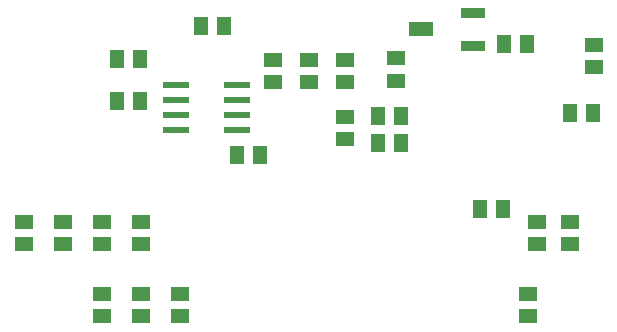
<source format=gbr>
G04 EAGLE Gerber RS-274X export*
G75*
%MOMM*%
%FSLAX34Y34*%
%LPD*%
%INSolderpaste Bottom*%
%IPPOS*%
%AMOC8*
5,1,8,0,0,1.08239X$1,22.5*%
G01*
%ADD10R,1.500000X1.300000*%
%ADD11R,1.300000X1.500000*%
%ADD12R,2.000000X0.900000*%
%ADD13R,2.000000X1.300000*%
%ADD14R,2.200000X0.600000*%


D10*
X96520Y108560D03*
X96520Y89560D03*
D11*
X469240Y119380D03*
X450240Y119380D03*
D10*
X546100Y258420D03*
X546100Y239420D03*
D11*
X489560Y259080D03*
X470560Y259080D03*
D10*
X497840Y108560D03*
X497840Y89560D03*
X129540Y89560D03*
X129540Y108560D03*
D11*
X142900Y210820D03*
X161900Y210820D03*
D10*
X490220Y47600D03*
X490220Y28600D03*
X335280Y245720D03*
X335280Y226720D03*
D11*
X263500Y165100D03*
X244500Y165100D03*
D10*
X274320Y245720D03*
X274320Y226720D03*
D11*
X382880Y198120D03*
X363880Y198120D03*
X363880Y175260D03*
X382880Y175260D03*
D10*
X63500Y108560D03*
X63500Y89560D03*
X378460Y246990D03*
X378460Y227990D03*
D12*
X443640Y285780D03*
D13*
X399640Y271780D03*
D12*
X443640Y257780D03*
D11*
X526440Y200660D03*
X545440Y200660D03*
D10*
X525780Y108560D03*
X525780Y89560D03*
X129540Y47600D03*
X129540Y28600D03*
D11*
X161900Y246380D03*
X142900Y246380D03*
D10*
X162560Y108560D03*
X162560Y89560D03*
D11*
X233020Y274320D03*
X214020Y274320D03*
D10*
X304800Y226720D03*
X304800Y245720D03*
X195580Y28600D03*
X195580Y47600D03*
X162560Y47600D03*
X162560Y28600D03*
X335280Y178460D03*
X335280Y197460D03*
D14*
X192440Y199390D03*
X244440Y199390D03*
X192440Y186690D03*
X192440Y212090D03*
X192440Y224790D03*
X244440Y186690D03*
X244440Y212090D03*
X244440Y224790D03*
M02*

</source>
